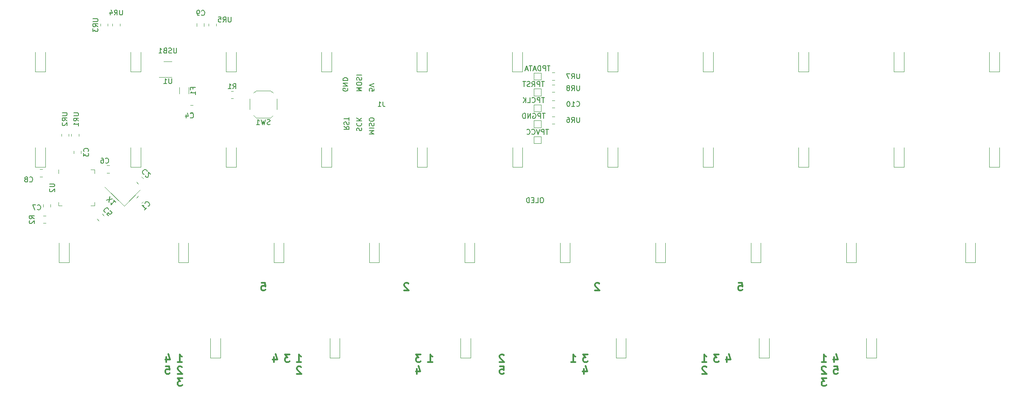
<source format=gbo>
%TF.GenerationSoftware,KiCad,Pcbnew,(6.0.5)*%
%TF.CreationDate,2022-09-22T21:34:51-04:00*%
%TF.ProjectId,vault35_alpha-rounded,7661756c-7433-4355-9f61-6c7068612d72,rev?*%
%TF.SameCoordinates,Original*%
%TF.FileFunction,Legend,Bot*%
%TF.FilePolarity,Positive*%
%FSLAX46Y46*%
G04 Gerber Fmt 4.6, Leading zero omitted, Abs format (unit mm)*
G04 Created by KiCad (PCBNEW (6.0.5)) date 2022-09-22 21:34:51*
%MOMM*%
%LPD*%
G01*
G04 APERTURE LIST*
%ADD10C,0.300000*%
%ADD11C,0.150000*%
%ADD12C,0.120000*%
G04 APERTURE END LIST*
D10*
X204430357Y-111097321D02*
X205144642Y-111097321D01*
X205216071Y-111811607D01*
X205144642Y-111740178D01*
X205001785Y-111668750D01*
X204644642Y-111668750D01*
X204501785Y-111740178D01*
X204430357Y-111811607D01*
X204358928Y-111954464D01*
X204358928Y-112311607D01*
X204430357Y-112454464D01*
X204501785Y-112525892D01*
X204644642Y-112597321D01*
X205001785Y-112597321D01*
X205144642Y-112525892D01*
X205216071Y-112454464D01*
X109180357Y-111097321D02*
X109894642Y-111097321D01*
X109966071Y-111811607D01*
X109894642Y-111740178D01*
X109751785Y-111668750D01*
X109394642Y-111668750D01*
X109251785Y-111740178D01*
X109180357Y-111811607D01*
X109108928Y-111954464D01*
X109108928Y-112311607D01*
X109180357Y-112454464D01*
X109251785Y-112525892D01*
X109394642Y-112597321D01*
X109751785Y-112597321D01*
X109894642Y-112525892D01*
X109966071Y-112454464D01*
X176641071Y-111240178D02*
X176569642Y-111168750D01*
X176426785Y-111097321D01*
X176069642Y-111097321D01*
X175926785Y-111168750D01*
X175855357Y-111240178D01*
X175783928Y-111383035D01*
X175783928Y-111525892D01*
X175855357Y-111740178D01*
X176712500Y-112597321D01*
X175783928Y-112597321D01*
X138541071Y-111240178D02*
X138469642Y-111168750D01*
X138326785Y-111097321D01*
X137969642Y-111097321D01*
X137826785Y-111168750D01*
X137755357Y-111240178D01*
X137683928Y-111383035D01*
X137683928Y-111525892D01*
X137755357Y-111740178D01*
X138612500Y-112597321D01*
X137683928Y-112597321D01*
X156805357Y-127766071D02*
X157519642Y-127766071D01*
X157591071Y-128480357D01*
X157519642Y-128408928D01*
X157376785Y-128337500D01*
X157019642Y-128337500D01*
X156876785Y-128408928D01*
X156805357Y-128480357D01*
X156733928Y-128623214D01*
X156733928Y-128980357D01*
X156805357Y-129123214D01*
X156876785Y-129194642D01*
X157019642Y-129266071D01*
X157376785Y-129266071D01*
X157519642Y-129194642D01*
X157591071Y-129123214D01*
X90076647Y-127741094D02*
X90790932Y-127741094D01*
X90862361Y-128455380D01*
X90790932Y-128383951D01*
X90648075Y-128312523D01*
X90290932Y-128312523D01*
X90148075Y-128383951D01*
X90076647Y-128455380D01*
X90005218Y-128598237D01*
X90005218Y-128955380D01*
X90076647Y-129098237D01*
X90148075Y-129169665D01*
X90290932Y-129241094D01*
X90648075Y-129241094D01*
X90790932Y-129169665D01*
X90862361Y-129098237D01*
X223480357Y-127766071D02*
X224194642Y-127766071D01*
X224266071Y-128480357D01*
X224194642Y-128408928D01*
X224051785Y-128337500D01*
X223694642Y-128337500D01*
X223551785Y-128408928D01*
X223480357Y-128480357D01*
X223408928Y-128623214D01*
X223408928Y-128980357D01*
X223480357Y-129123214D01*
X223551785Y-129194642D01*
X223694642Y-129266071D01*
X224051785Y-129266071D01*
X224194642Y-129194642D01*
X224266071Y-129123214D01*
X223551785Y-125884821D02*
X223551785Y-126884821D01*
X223908928Y-125313392D02*
X224266071Y-126384821D01*
X223337500Y-126384821D01*
X202120535Y-125884821D02*
X202120535Y-126884821D01*
X202477678Y-125313392D02*
X202834821Y-126384821D01*
X201906250Y-126384821D01*
X173545535Y-128266071D02*
X173545535Y-129266071D01*
X173902678Y-127694642D02*
X174259821Y-128766071D01*
X173331250Y-128766071D01*
X90201785Y-125884821D02*
X90201785Y-126884821D01*
X90558928Y-125313392D02*
X90916071Y-126384821D01*
X89987500Y-126384821D01*
X111633035Y-125884821D02*
X111633035Y-126884821D01*
X111990178Y-125313392D02*
X112347321Y-126384821D01*
X111418750Y-126384821D01*
X140208035Y-128266071D02*
X140208035Y-129266071D01*
X140565178Y-127694642D02*
X140922321Y-128766071D01*
X139993750Y-128766071D01*
X221956250Y-130147321D02*
X221027678Y-130147321D01*
X221527678Y-130718750D01*
X221313392Y-130718750D01*
X221170535Y-130790178D01*
X221099107Y-130861607D01*
X221027678Y-131004464D01*
X221027678Y-131361607D01*
X221099107Y-131504464D01*
X221170535Y-131575892D01*
X221313392Y-131647321D01*
X221741964Y-131647321D01*
X221884821Y-131575892D01*
X221956250Y-131504464D01*
X200525000Y-125384821D02*
X199596428Y-125384821D01*
X200096428Y-125956250D01*
X199882142Y-125956250D01*
X199739285Y-126027678D01*
X199667857Y-126099107D01*
X199596428Y-126241964D01*
X199596428Y-126599107D01*
X199667857Y-126741964D01*
X199739285Y-126813392D01*
X199882142Y-126884821D01*
X200310714Y-126884821D01*
X200453571Y-126813392D01*
X200525000Y-126741964D01*
X93368750Y-130147321D02*
X92440178Y-130147321D01*
X92940178Y-130718750D01*
X92725892Y-130718750D01*
X92583035Y-130790178D01*
X92511607Y-130861607D01*
X92440178Y-131004464D01*
X92440178Y-131361607D01*
X92511607Y-131504464D01*
X92583035Y-131575892D01*
X92725892Y-131647321D01*
X93154464Y-131647321D01*
X93297321Y-131575892D01*
X93368750Y-131504464D01*
X114800000Y-125384821D02*
X113871428Y-125384821D01*
X114371428Y-125956250D01*
X114157142Y-125956250D01*
X114014285Y-126027678D01*
X113942857Y-126099107D01*
X113871428Y-126241964D01*
X113871428Y-126599107D01*
X113942857Y-126741964D01*
X114014285Y-126813392D01*
X114157142Y-126884821D01*
X114585714Y-126884821D01*
X114728571Y-126813392D01*
X114800000Y-126741964D01*
X174331250Y-125384821D02*
X173402678Y-125384821D01*
X173902678Y-125956250D01*
X173688392Y-125956250D01*
X173545535Y-126027678D01*
X173474107Y-126099107D01*
X173402678Y-126241964D01*
X173402678Y-126599107D01*
X173474107Y-126741964D01*
X173545535Y-126813392D01*
X173688392Y-126884821D01*
X174116964Y-126884821D01*
X174259821Y-126813392D01*
X174331250Y-126741964D01*
X140993750Y-125384821D02*
X140065178Y-125384821D01*
X140565178Y-125956250D01*
X140350892Y-125956250D01*
X140208035Y-126027678D01*
X140136607Y-126099107D01*
X140065178Y-126241964D01*
X140065178Y-126599107D01*
X140136607Y-126741964D01*
X140208035Y-126813392D01*
X140350892Y-126884821D01*
X140779464Y-126884821D01*
X140922321Y-126813392D01*
X140993750Y-126741964D01*
X221884821Y-127908928D02*
X221813392Y-127837500D01*
X221670535Y-127766071D01*
X221313392Y-127766071D01*
X221170535Y-127837500D01*
X221099107Y-127908928D01*
X221027678Y-128051785D01*
X221027678Y-128194642D01*
X221099107Y-128408928D01*
X221956250Y-129266071D01*
X221027678Y-129266071D01*
X198072321Y-127908928D02*
X198000892Y-127837500D01*
X197858035Y-127766071D01*
X197500892Y-127766071D01*
X197358035Y-127837500D01*
X197286607Y-127908928D01*
X197215178Y-128051785D01*
X197215178Y-128194642D01*
X197286607Y-128408928D01*
X198143750Y-129266071D01*
X197215178Y-129266071D01*
X93297321Y-127908928D02*
X93225892Y-127837500D01*
X93083035Y-127766071D01*
X92725892Y-127766071D01*
X92583035Y-127837500D01*
X92511607Y-127908928D01*
X92440178Y-128051785D01*
X92440178Y-128194642D01*
X92511607Y-128408928D01*
X93368750Y-129266071D01*
X92440178Y-129266071D01*
X117109821Y-127908928D02*
X117038392Y-127837500D01*
X116895535Y-127766071D01*
X116538392Y-127766071D01*
X116395535Y-127837500D01*
X116324107Y-127908928D01*
X116252678Y-128051785D01*
X116252678Y-128194642D01*
X116324107Y-128408928D01*
X117181250Y-129266071D01*
X116252678Y-129266071D01*
X157591071Y-125527678D02*
X157519642Y-125456250D01*
X157376785Y-125384821D01*
X157019642Y-125384821D01*
X156876785Y-125456250D01*
X156805357Y-125527678D01*
X156733928Y-125670535D01*
X156733928Y-125813392D01*
X156805357Y-126027678D01*
X157662500Y-126884821D01*
X156733928Y-126884821D01*
X197215178Y-126884821D02*
X198072321Y-126884821D01*
X197643750Y-126884821D02*
X197643750Y-125384821D01*
X197786607Y-125599107D01*
X197929464Y-125741964D01*
X198072321Y-125813392D01*
X221027678Y-126884821D02*
X221884821Y-126884821D01*
X221456250Y-126884821D02*
X221456250Y-125384821D01*
X221599107Y-125599107D01*
X221741964Y-125741964D01*
X221884821Y-125813392D01*
X171021428Y-126884821D02*
X171878571Y-126884821D01*
X171450000Y-126884821D02*
X171450000Y-125384821D01*
X171592857Y-125599107D01*
X171735714Y-125741964D01*
X171878571Y-125813392D01*
X142446428Y-126884821D02*
X143303571Y-126884821D01*
X142875000Y-126884821D02*
X142875000Y-125384821D01*
X143017857Y-125599107D01*
X143160714Y-125741964D01*
X143303571Y-125813392D01*
X116252678Y-126884821D02*
X117109821Y-126884821D01*
X116681250Y-126884821D02*
X116681250Y-125384821D01*
X116824107Y-125599107D01*
X116966964Y-125741964D01*
X117109821Y-125813392D01*
X92440178Y-126884821D02*
X93297321Y-126884821D01*
X92868750Y-126884821D02*
X92868750Y-125384821D01*
X93011607Y-125599107D01*
X93154464Y-125741964D01*
X93297321Y-125813392D01*
D11*
%TO.C,OL1*%
X165241255Y-94081672D02*
X165050779Y-94081672D01*
X164955541Y-94129292D01*
X164860303Y-94224530D01*
X164812684Y-94415006D01*
X164812684Y-94748339D01*
X164860303Y-94938815D01*
X164955541Y-95034053D01*
X165050779Y-95081672D01*
X165241255Y-95081672D01*
X165336494Y-95034053D01*
X165431732Y-94938815D01*
X165479351Y-94748339D01*
X165479351Y-94415006D01*
X165431732Y-94224530D01*
X165336494Y-94129292D01*
X165241255Y-94081672D01*
X163907922Y-95081672D02*
X164384113Y-95081672D01*
X164384113Y-94081672D01*
X163574589Y-94557863D02*
X163241255Y-94557863D01*
X163098398Y-95081672D02*
X163574589Y-95081672D01*
X163574589Y-94081672D01*
X163098398Y-94081672D01*
X162669827Y-95081672D02*
X162669827Y-94081672D01*
X162431732Y-94081672D01*
X162288875Y-94129292D01*
X162193636Y-94224530D01*
X162146017Y-94319768D01*
X162098398Y-94510244D01*
X162098398Y-94653101D01*
X162146017Y-94843577D01*
X162193636Y-94938815D01*
X162288875Y-95034053D01*
X162431732Y-95081672D01*
X162669827Y-95081672D01*
%TO.C,X1*%
X78233672Y-94546416D02*
X79412183Y-94310714D01*
X78705076Y-95017820D02*
X78940778Y-93839309D01*
X80051946Y-94950477D02*
X79647885Y-94546416D01*
X79849916Y-94748446D02*
X79142809Y-95455553D01*
X79176481Y-95287194D01*
X79176481Y-95152507D01*
X79142809Y-95051492D01*
%TO.C,TP1*%
X165702976Y-74064880D02*
X165131547Y-74064880D01*
X165417261Y-75064880D02*
X165417261Y-74064880D01*
X164798214Y-75064880D02*
X164798214Y-74064880D01*
X164417261Y-74064880D01*
X164322023Y-74112500D01*
X164274404Y-74160119D01*
X164226785Y-74255357D01*
X164226785Y-74398214D01*
X164274404Y-74493452D01*
X164322023Y-74541071D01*
X164417261Y-74588690D01*
X164798214Y-74588690D01*
X163226785Y-74969642D02*
X163274404Y-75017261D01*
X163417261Y-75064880D01*
X163512500Y-75064880D01*
X163655357Y-75017261D01*
X163750595Y-74922023D01*
X163798214Y-74826785D01*
X163845833Y-74636309D01*
X163845833Y-74493452D01*
X163798214Y-74302976D01*
X163750595Y-74207738D01*
X163655357Y-74112500D01*
X163512500Y-74064880D01*
X163417261Y-74064880D01*
X163274404Y-74112500D01*
X163226785Y-74160119D01*
X162322023Y-75064880D02*
X162798214Y-75064880D01*
X162798214Y-74064880D01*
X161988690Y-75064880D02*
X161988690Y-74064880D01*
X161417261Y-75064880D02*
X161845833Y-74493452D01*
X161417261Y-74064880D02*
X161988690Y-74636309D01*
%TO.C,U1*%
X91249404Y-70271130D02*
X91249404Y-71080654D01*
X91201785Y-71175892D01*
X91154166Y-71223511D01*
X91058928Y-71271130D01*
X90868452Y-71271130D01*
X90773214Y-71223511D01*
X90725595Y-71175892D01*
X90677976Y-71080654D01*
X90677976Y-70271130D01*
X89677976Y-71271130D02*
X90249404Y-71271130D01*
X89963690Y-71271130D02*
X89963690Y-70271130D01*
X90058928Y-70413988D01*
X90154166Y-70509226D01*
X90249404Y-70556845D01*
%TO.C,UR5*%
X103115230Y-57988522D02*
X103115230Y-58798046D01*
X103067611Y-58893284D01*
X103019992Y-58940903D01*
X102924754Y-58988522D01*
X102734278Y-58988522D01*
X102639040Y-58940903D01*
X102591421Y-58893284D01*
X102543802Y-58798046D01*
X102543802Y-57988522D01*
X101496183Y-58988522D02*
X101829516Y-58512332D01*
X102067611Y-58988522D02*
X102067611Y-57988522D01*
X101686659Y-57988522D01*
X101591421Y-58036142D01*
X101543802Y-58083761D01*
X101496183Y-58178999D01*
X101496183Y-58321856D01*
X101543802Y-58417094D01*
X101591421Y-58464713D01*
X101686659Y-58512332D01*
X102067611Y-58512332D01*
X100591421Y-57988522D02*
X101067611Y-57988522D01*
X101115230Y-58464713D01*
X101067611Y-58417094D01*
X100972373Y-58369475D01*
X100734278Y-58369475D01*
X100639040Y-58417094D01*
X100591421Y-58464713D01*
X100543802Y-58559951D01*
X100543802Y-58798046D01*
X100591421Y-58893284D01*
X100639040Y-58940903D01*
X100734278Y-58988522D01*
X100972373Y-58988522D01*
X101067611Y-58940903D01*
X101115230Y-58893284D01*
%TO.C,F1*%
X95485255Y-72402665D02*
X95485255Y-72069332D01*
X96009064Y-72069332D02*
X95009064Y-72069332D01*
X95009064Y-72545522D01*
X96009064Y-73450284D02*
X96009064Y-72878856D01*
X96009064Y-73164570D02*
X95009064Y-73164570D01*
X95151922Y-73069332D01*
X95247160Y-72974094D01*
X95294779Y-72878856D01*
%TO.C,TP4*%
X166830059Y-67714880D02*
X166258630Y-67714880D01*
X166544345Y-68714880D02*
X166544345Y-67714880D01*
X165925297Y-68714880D02*
X165925297Y-67714880D01*
X165544345Y-67714880D01*
X165449107Y-67762500D01*
X165401488Y-67810119D01*
X165353869Y-67905357D01*
X165353869Y-68048214D01*
X165401488Y-68143452D01*
X165449107Y-68191071D01*
X165544345Y-68238690D01*
X165925297Y-68238690D01*
X164925297Y-68714880D02*
X164925297Y-67714880D01*
X164687202Y-67714880D01*
X164544345Y-67762500D01*
X164449107Y-67857738D01*
X164401488Y-67952976D01*
X164353869Y-68143452D01*
X164353869Y-68286309D01*
X164401488Y-68476785D01*
X164449107Y-68572023D01*
X164544345Y-68667261D01*
X164687202Y-68714880D01*
X164925297Y-68714880D01*
X163972916Y-68429166D02*
X163496726Y-68429166D01*
X164068154Y-68714880D02*
X163734821Y-67714880D01*
X163401488Y-68714880D01*
X163211011Y-67714880D02*
X162639583Y-67714880D01*
X162925297Y-68714880D02*
X162925297Y-67714880D01*
X162353869Y-68429166D02*
X161877678Y-68429166D01*
X162449107Y-68714880D02*
X162115773Y-67714880D01*
X161782440Y-68714880D01*
%TO.C,UR3*%
X75536162Y-58338141D02*
X76345686Y-58338141D01*
X76440924Y-58385760D01*
X76488543Y-58433379D01*
X76536162Y-58528617D01*
X76536162Y-58719093D01*
X76488543Y-58814331D01*
X76440924Y-58861950D01*
X76345686Y-58909569D01*
X75536162Y-58909569D01*
X76536162Y-59957188D02*
X76059972Y-59623855D01*
X76536162Y-59385760D02*
X75536162Y-59385760D01*
X75536162Y-59766712D01*
X75583782Y-59861950D01*
X75631401Y-59909569D01*
X75726639Y-59957188D01*
X75869496Y-59957188D01*
X75964734Y-59909569D01*
X76012353Y-59861950D01*
X76059972Y-59766712D01*
X76059972Y-59385760D01*
X75536162Y-60290522D02*
X75536162Y-60909569D01*
X75917115Y-60576236D01*
X75917115Y-60719093D01*
X75964734Y-60814331D01*
X76012353Y-60861950D01*
X76107591Y-60909569D01*
X76345686Y-60909569D01*
X76440924Y-60861950D01*
X76488543Y-60814331D01*
X76536162Y-60719093D01*
X76536162Y-60433379D01*
X76488543Y-60338141D01*
X76440924Y-60290522D01*
%TO.C,U2*%
X66863630Y-91313095D02*
X67673154Y-91313095D01*
X67768392Y-91360714D01*
X67816011Y-91408333D01*
X67863630Y-91503571D01*
X67863630Y-91694047D01*
X67816011Y-91789285D01*
X67768392Y-91836904D01*
X67673154Y-91884523D01*
X66863630Y-91884523D01*
X66958869Y-92313095D02*
X66911250Y-92360714D01*
X66863630Y-92455952D01*
X66863630Y-92694047D01*
X66911250Y-92789285D01*
X66958869Y-92836904D01*
X67054107Y-92884523D01*
X67149345Y-92884523D01*
X67292202Y-92836904D01*
X67863630Y-92265476D01*
X67863630Y-92884523D01*
%TO.C,C2*%
X86325233Y-88788627D02*
X86325233Y-88721284D01*
X86257889Y-88586597D01*
X86190546Y-88519253D01*
X86055858Y-88451910D01*
X85921171Y-88451910D01*
X85820156Y-88485581D01*
X85651797Y-88586597D01*
X85550782Y-88687612D01*
X85449767Y-88855971D01*
X85416095Y-88956986D01*
X85416095Y-89091673D01*
X85483439Y-89226360D01*
X85550782Y-89293704D01*
X85685469Y-89361047D01*
X85752813Y-89361047D01*
X86022187Y-89630421D02*
X86022187Y-89697765D01*
X86055858Y-89798780D01*
X86224217Y-89967139D01*
X86325233Y-90000810D01*
X86392576Y-90000810D01*
X86493591Y-89967139D01*
X86560935Y-89899795D01*
X86628278Y-89765108D01*
X86628278Y-88956986D01*
X87066011Y-89394719D01*
%TO.C,C4*%
X94985275Y-78071867D02*
X95032894Y-78119486D01*
X95175751Y-78167105D01*
X95270989Y-78167105D01*
X95413847Y-78119486D01*
X95509085Y-78024248D01*
X95556704Y-77929010D01*
X95604323Y-77738534D01*
X95604323Y-77595677D01*
X95556704Y-77405201D01*
X95509085Y-77309963D01*
X95413847Y-77214725D01*
X95270989Y-77167105D01*
X95175751Y-77167105D01*
X95032894Y-77214725D01*
X94985275Y-77262344D01*
X94128132Y-77500439D02*
X94128132Y-78167105D01*
X94366228Y-77119486D02*
X94604323Y-77833772D01*
X93985275Y-77833772D01*
%TO.C,C10*%
X172092857Y-75763392D02*
X172140476Y-75811011D01*
X172283333Y-75858630D01*
X172378571Y-75858630D01*
X172521428Y-75811011D01*
X172616666Y-75715773D01*
X172664285Y-75620535D01*
X172711904Y-75430059D01*
X172711904Y-75287202D01*
X172664285Y-75096726D01*
X172616666Y-75001488D01*
X172521428Y-74906250D01*
X172378571Y-74858630D01*
X172283333Y-74858630D01*
X172140476Y-74906250D01*
X172092857Y-74953869D01*
X171140476Y-75858630D02*
X171711904Y-75858630D01*
X171426190Y-75858630D02*
X171426190Y-74858630D01*
X171521428Y-75001488D01*
X171616666Y-75096726D01*
X171711904Y-75144345D01*
X170521428Y-74858630D02*
X170426190Y-74858630D01*
X170330952Y-74906250D01*
X170283333Y-74953869D01*
X170235714Y-75049107D01*
X170188095Y-75239583D01*
X170188095Y-75477678D01*
X170235714Y-75668154D01*
X170283333Y-75763392D01*
X170330952Y-75811011D01*
X170426190Y-75858630D01*
X170521428Y-75858630D01*
X170616666Y-75811011D01*
X170664285Y-75763392D01*
X170711904Y-75668154D01*
X170759523Y-75477678D01*
X170759523Y-75239583D01*
X170711904Y-75049107D01*
X170664285Y-74953869D01*
X170616666Y-74906250D01*
X170521428Y-74858630D01*
%TO.C,TP2*%
X166520535Y-80414880D02*
X165949107Y-80414880D01*
X166234821Y-81414880D02*
X166234821Y-80414880D01*
X165615773Y-81414880D02*
X165615773Y-80414880D01*
X165234821Y-80414880D01*
X165139583Y-80462500D01*
X165091964Y-80510119D01*
X165044345Y-80605357D01*
X165044345Y-80748214D01*
X165091964Y-80843452D01*
X165139583Y-80891071D01*
X165234821Y-80938690D01*
X165615773Y-80938690D01*
X164758630Y-80414880D02*
X164425297Y-81414880D01*
X164091964Y-80414880D01*
X163187202Y-81319642D02*
X163234821Y-81367261D01*
X163377678Y-81414880D01*
X163472916Y-81414880D01*
X163615773Y-81367261D01*
X163711011Y-81272023D01*
X163758630Y-81176785D01*
X163806250Y-80986309D01*
X163806250Y-80843452D01*
X163758630Y-80652976D01*
X163711011Y-80557738D01*
X163615773Y-80462500D01*
X163472916Y-80414880D01*
X163377678Y-80414880D01*
X163234821Y-80462500D01*
X163187202Y-80510119D01*
X162187202Y-81319642D02*
X162234821Y-81367261D01*
X162377678Y-81414880D01*
X162472916Y-81414880D01*
X162615773Y-81367261D01*
X162711011Y-81272023D01*
X162758630Y-81176785D01*
X162806250Y-80986309D01*
X162806250Y-80843452D01*
X162758630Y-80652976D01*
X162711011Y-80557738D01*
X162615773Y-80462500D01*
X162472916Y-80414880D01*
X162377678Y-80414880D01*
X162234821Y-80462500D01*
X162187202Y-80510119D01*
%TO.C,TP3*%
X165822023Y-77239880D02*
X165250595Y-77239880D01*
X165536309Y-78239880D02*
X165536309Y-77239880D01*
X164917261Y-78239880D02*
X164917261Y-77239880D01*
X164536309Y-77239880D01*
X164441071Y-77287500D01*
X164393452Y-77335119D01*
X164345833Y-77430357D01*
X164345833Y-77573214D01*
X164393452Y-77668452D01*
X164441071Y-77716071D01*
X164536309Y-77763690D01*
X164917261Y-77763690D01*
X163393452Y-77287500D02*
X163488690Y-77239880D01*
X163631547Y-77239880D01*
X163774404Y-77287500D01*
X163869642Y-77382738D01*
X163917261Y-77477976D01*
X163964880Y-77668452D01*
X163964880Y-77811309D01*
X163917261Y-78001785D01*
X163869642Y-78097023D01*
X163774404Y-78192261D01*
X163631547Y-78239880D01*
X163536309Y-78239880D01*
X163393452Y-78192261D01*
X163345833Y-78144642D01*
X163345833Y-77811309D01*
X163536309Y-77811309D01*
X162917261Y-78239880D02*
X162917261Y-77239880D01*
X162345833Y-78239880D01*
X162345833Y-77239880D01*
X161869642Y-78239880D02*
X161869642Y-77239880D01*
X161631547Y-77239880D01*
X161488690Y-77287500D01*
X161393452Y-77382738D01*
X161345833Y-77477976D01*
X161298214Y-77668452D01*
X161298214Y-77811309D01*
X161345833Y-78001785D01*
X161393452Y-78097023D01*
X161488690Y-78192261D01*
X161631547Y-78239880D01*
X161869642Y-78239880D01*
%TO.C,UR1*%
X71670585Y-77135157D02*
X72480109Y-77135157D01*
X72575347Y-77182776D01*
X72622966Y-77230395D01*
X72670585Y-77325633D01*
X72670585Y-77516109D01*
X72622966Y-77611347D01*
X72575347Y-77658966D01*
X72480109Y-77706585D01*
X71670585Y-77706585D01*
X72670585Y-78754204D02*
X72194395Y-78420871D01*
X72670585Y-78182776D02*
X71670585Y-78182776D01*
X71670585Y-78563728D01*
X71718205Y-78658966D01*
X71765824Y-78706585D01*
X71861062Y-78754204D01*
X72003919Y-78754204D01*
X72099157Y-78706585D01*
X72146776Y-78658966D01*
X72194395Y-78563728D01*
X72194395Y-78182776D01*
X72670585Y-79706585D02*
X72670585Y-79135157D01*
X72670585Y-79420871D02*
X71670585Y-79420871D01*
X71813443Y-79325633D01*
X71908681Y-79230395D01*
X71956300Y-79135157D01*
%TO.C,R2*%
X63825288Y-98286229D02*
X63349098Y-97952896D01*
X63825288Y-97714800D02*
X62825288Y-97714800D01*
X62825288Y-98095753D01*
X62872908Y-98190991D01*
X62920527Y-98238610D01*
X63015765Y-98286229D01*
X63158622Y-98286229D01*
X63253860Y-98238610D01*
X63301479Y-98190991D01*
X63349098Y-98095753D01*
X63349098Y-97714800D01*
X62920527Y-98667181D02*
X62872908Y-98714800D01*
X62825288Y-98810038D01*
X62825288Y-99048134D01*
X62872908Y-99143372D01*
X62920527Y-99190991D01*
X63015765Y-99238610D01*
X63111003Y-99238610D01*
X63253860Y-99190991D01*
X63825288Y-98619562D01*
X63825288Y-99238610D01*
%TO.C,TP5*%
X165655357Y-70889880D02*
X165083928Y-70889880D01*
X165369642Y-71889880D02*
X165369642Y-70889880D01*
X164750595Y-71889880D02*
X164750595Y-70889880D01*
X164369642Y-70889880D01*
X164274404Y-70937500D01*
X164226785Y-70985119D01*
X164179166Y-71080357D01*
X164179166Y-71223214D01*
X164226785Y-71318452D01*
X164274404Y-71366071D01*
X164369642Y-71413690D01*
X164750595Y-71413690D01*
X163179166Y-71889880D02*
X163512500Y-71413690D01*
X163750595Y-71889880D02*
X163750595Y-70889880D01*
X163369642Y-70889880D01*
X163274404Y-70937500D01*
X163226785Y-70985119D01*
X163179166Y-71080357D01*
X163179166Y-71223214D01*
X163226785Y-71318452D01*
X163274404Y-71366071D01*
X163369642Y-71413690D01*
X163750595Y-71413690D01*
X162798214Y-71842261D02*
X162655357Y-71889880D01*
X162417261Y-71889880D01*
X162322023Y-71842261D01*
X162274404Y-71794642D01*
X162226785Y-71699404D01*
X162226785Y-71604166D01*
X162274404Y-71508928D01*
X162322023Y-71461309D01*
X162417261Y-71413690D01*
X162607738Y-71366071D01*
X162702976Y-71318452D01*
X162750595Y-71270833D01*
X162798214Y-71175595D01*
X162798214Y-71080357D01*
X162750595Y-70985119D01*
X162702976Y-70937500D01*
X162607738Y-70889880D01*
X162369642Y-70889880D01*
X162226785Y-70937500D01*
X161941071Y-70889880D02*
X161369642Y-70889880D01*
X161655357Y-71889880D02*
X161655357Y-70889880D01*
%TO.C,UR8*%
X172711904Y-71683630D02*
X172711904Y-72493154D01*
X172664285Y-72588392D01*
X172616666Y-72636011D01*
X172521428Y-72683630D01*
X172330952Y-72683630D01*
X172235714Y-72636011D01*
X172188095Y-72588392D01*
X172140476Y-72493154D01*
X172140476Y-71683630D01*
X171092857Y-72683630D02*
X171426190Y-72207440D01*
X171664285Y-72683630D02*
X171664285Y-71683630D01*
X171283333Y-71683630D01*
X171188095Y-71731250D01*
X171140476Y-71778869D01*
X171092857Y-71874107D01*
X171092857Y-72016964D01*
X171140476Y-72112202D01*
X171188095Y-72159821D01*
X171283333Y-72207440D01*
X171664285Y-72207440D01*
X170521428Y-72112202D02*
X170616666Y-72064583D01*
X170664285Y-72016964D01*
X170711904Y-71921726D01*
X170711904Y-71874107D01*
X170664285Y-71778869D01*
X170616666Y-71731250D01*
X170521428Y-71683630D01*
X170330952Y-71683630D01*
X170235714Y-71731250D01*
X170188095Y-71778869D01*
X170140476Y-71874107D01*
X170140476Y-71921726D01*
X170188095Y-72016964D01*
X170235714Y-72064583D01*
X170330952Y-72112202D01*
X170521428Y-72112202D01*
X170616666Y-72159821D01*
X170664285Y-72207440D01*
X170711904Y-72302678D01*
X170711904Y-72493154D01*
X170664285Y-72588392D01*
X170616666Y-72636011D01*
X170521428Y-72683630D01*
X170330952Y-72683630D01*
X170235714Y-72636011D01*
X170188095Y-72588392D01*
X170140476Y-72493154D01*
X170140476Y-72302678D01*
X170188095Y-72207440D01*
X170235714Y-72159821D01*
X170330952Y-72112202D01*
%TO.C,SW1*%
X110870834Y-79411010D02*
X110727977Y-79458629D01*
X110489881Y-79458629D01*
X110394643Y-79411010D01*
X110347024Y-79363391D01*
X110299405Y-79268153D01*
X110299405Y-79172915D01*
X110347024Y-79077677D01*
X110394643Y-79030058D01*
X110489881Y-78982439D01*
X110680358Y-78934820D01*
X110775596Y-78887201D01*
X110823215Y-78839582D01*
X110870834Y-78744344D01*
X110870834Y-78649106D01*
X110823215Y-78553868D01*
X110775596Y-78506249D01*
X110680358Y-78458629D01*
X110442262Y-78458629D01*
X110299405Y-78506249D01*
X109966072Y-78458629D02*
X109727977Y-79458629D01*
X109537501Y-78744344D01*
X109347024Y-79458629D01*
X109108929Y-78458629D01*
X108204167Y-79458629D02*
X108775596Y-79458629D01*
X108489881Y-79458629D02*
X108489881Y-78458629D01*
X108585120Y-78601487D01*
X108680358Y-78696725D01*
X108775596Y-78744344D01*
%TO.C,C6*%
X78041203Y-87073281D02*
X78088822Y-87120900D01*
X78231679Y-87168519D01*
X78326917Y-87168519D01*
X78469775Y-87120900D01*
X78565013Y-87025662D01*
X78612632Y-86930424D01*
X78660251Y-86739948D01*
X78660251Y-86597091D01*
X78612632Y-86406615D01*
X78565013Y-86311377D01*
X78469775Y-86216139D01*
X78326917Y-86168519D01*
X78231679Y-86168519D01*
X78088822Y-86216139D01*
X78041203Y-86263758D01*
X77184060Y-86168519D02*
X77374537Y-86168519D01*
X77469775Y-86216139D01*
X77517394Y-86263758D01*
X77612632Y-86406615D01*
X77660251Y-86597091D01*
X77660251Y-86978043D01*
X77612632Y-87073281D01*
X77565013Y-87120900D01*
X77469775Y-87168519D01*
X77279298Y-87168519D01*
X77184060Y-87120900D01*
X77136441Y-87073281D01*
X77088822Y-86978043D01*
X77088822Y-86739948D01*
X77136441Y-86644710D01*
X77184060Y-86597091D01*
X77279298Y-86549472D01*
X77469775Y-86549472D01*
X77565013Y-86597091D01*
X77612632Y-86644710D01*
X77660251Y-86739948D01*
%TO.C,C1*%
X86489578Y-95778876D02*
X86556921Y-95778876D01*
X86691608Y-95711532D01*
X86758952Y-95644189D01*
X86826295Y-95509501D01*
X86826295Y-95374814D01*
X86792624Y-95273799D01*
X86691608Y-95105440D01*
X86590593Y-95004425D01*
X86422234Y-94903410D01*
X86321219Y-94869738D01*
X86186532Y-94869738D01*
X86051845Y-94937082D01*
X85984501Y-95004425D01*
X85917158Y-95139112D01*
X85917158Y-95206456D01*
X85883486Y-96519654D02*
X86287547Y-96115593D01*
X86085517Y-96317624D02*
X85378410Y-95610517D01*
X85546769Y-95644189D01*
X85681456Y-95644189D01*
X85782471Y-95610517D01*
%TO.C,C8*%
X62872916Y-90844642D02*
X62920535Y-90892261D01*
X63063392Y-90939880D01*
X63158630Y-90939880D01*
X63301488Y-90892261D01*
X63396726Y-90797023D01*
X63444345Y-90701785D01*
X63491964Y-90511309D01*
X63491964Y-90368452D01*
X63444345Y-90177976D01*
X63396726Y-90082738D01*
X63301488Y-89987500D01*
X63158630Y-89939880D01*
X63063392Y-89939880D01*
X62920535Y-89987500D01*
X62872916Y-90035119D01*
X62301488Y-90368452D02*
X62396726Y-90320833D01*
X62444345Y-90273214D01*
X62491964Y-90177976D01*
X62491964Y-90130357D01*
X62444345Y-90035119D01*
X62396726Y-89987500D01*
X62301488Y-89939880D01*
X62111011Y-89939880D01*
X62015773Y-89987500D01*
X61968154Y-90035119D01*
X61920535Y-90130357D01*
X61920535Y-90177976D01*
X61968154Y-90273214D01*
X62015773Y-90320833D01*
X62111011Y-90368452D01*
X62301488Y-90368452D01*
X62396726Y-90416071D01*
X62444345Y-90463690D01*
X62491964Y-90558928D01*
X62491964Y-90749404D01*
X62444345Y-90844642D01*
X62396726Y-90892261D01*
X62301488Y-90939880D01*
X62111011Y-90939880D01*
X62015773Y-90892261D01*
X61968154Y-90844642D01*
X61920535Y-90749404D01*
X61920535Y-90558928D01*
X61968154Y-90463690D01*
X62015773Y-90416071D01*
X62111011Y-90368452D01*
%TO.C,UR2*%
X69385081Y-77107788D02*
X70194605Y-77107788D01*
X70289843Y-77155407D01*
X70337462Y-77203026D01*
X70385081Y-77298264D01*
X70385081Y-77488740D01*
X70337462Y-77583978D01*
X70289843Y-77631597D01*
X70194605Y-77679216D01*
X69385081Y-77679216D01*
X70385081Y-78726835D02*
X69908891Y-78393502D01*
X70385081Y-78155407D02*
X69385081Y-78155407D01*
X69385081Y-78536359D01*
X69432701Y-78631597D01*
X69480320Y-78679216D01*
X69575558Y-78726835D01*
X69718415Y-78726835D01*
X69813653Y-78679216D01*
X69861272Y-78631597D01*
X69908891Y-78536359D01*
X69908891Y-78155407D01*
X69480320Y-79107788D02*
X69432701Y-79155407D01*
X69385081Y-79250645D01*
X69385081Y-79488740D01*
X69432701Y-79583978D01*
X69480320Y-79631597D01*
X69575558Y-79679216D01*
X69670796Y-79679216D01*
X69813653Y-79631597D01*
X70385081Y-79060169D01*
X70385081Y-79679216D01*
%TO.C,UR7*%
X172711904Y-69302380D02*
X172711904Y-70111904D01*
X172664285Y-70207142D01*
X172616666Y-70254761D01*
X172521428Y-70302380D01*
X172330952Y-70302380D01*
X172235714Y-70254761D01*
X172188095Y-70207142D01*
X172140476Y-70111904D01*
X172140476Y-69302380D01*
X171092857Y-70302380D02*
X171426190Y-69826190D01*
X171664285Y-70302380D02*
X171664285Y-69302380D01*
X171283333Y-69302380D01*
X171188095Y-69350000D01*
X171140476Y-69397619D01*
X171092857Y-69492857D01*
X171092857Y-69635714D01*
X171140476Y-69730952D01*
X171188095Y-69778571D01*
X171283333Y-69826190D01*
X171664285Y-69826190D01*
X170759523Y-69302380D02*
X170092857Y-69302380D01*
X170521428Y-70302380D01*
%TO.C,C3*%
X74560195Y-84824887D02*
X74607814Y-84777268D01*
X74655433Y-84634411D01*
X74655433Y-84539173D01*
X74607814Y-84396315D01*
X74512576Y-84301077D01*
X74417338Y-84253458D01*
X74226862Y-84205839D01*
X74084005Y-84205839D01*
X73893529Y-84253458D01*
X73798291Y-84301077D01*
X73703053Y-84396315D01*
X73655433Y-84539173D01*
X73655433Y-84634411D01*
X73703053Y-84777268D01*
X73750672Y-84824887D01*
X73655433Y-85158220D02*
X73655433Y-85777268D01*
X74036386Y-85443934D01*
X74036386Y-85586792D01*
X74084005Y-85682030D01*
X74131624Y-85729649D01*
X74226862Y-85777268D01*
X74464957Y-85777268D01*
X74560195Y-85729649D01*
X74607814Y-85682030D01*
X74655433Y-85586792D01*
X74655433Y-85301077D01*
X74607814Y-85205839D01*
X74560195Y-85158220D01*
%TO.C,C5*%
X78657369Y-96454476D02*
X78657369Y-96387133D01*
X78590025Y-96252446D01*
X78522682Y-96185102D01*
X78387994Y-96117759D01*
X78253307Y-96117759D01*
X78152292Y-96151430D01*
X77983933Y-96252446D01*
X77882918Y-96353461D01*
X77781903Y-96521820D01*
X77748231Y-96622835D01*
X77748231Y-96757522D01*
X77815575Y-96892209D01*
X77882918Y-96959553D01*
X78017605Y-97026896D01*
X78084949Y-97026896D01*
X78657369Y-97734003D02*
X78320651Y-97397285D01*
X78623697Y-97026896D01*
X78623697Y-97094240D01*
X78657369Y-97195255D01*
X78825727Y-97363614D01*
X78926743Y-97397285D01*
X78994086Y-97397285D01*
X79095101Y-97363614D01*
X79263460Y-97195255D01*
X79297132Y-97094240D01*
X79297132Y-97026896D01*
X79263460Y-96925881D01*
X79095101Y-96757522D01*
X78994086Y-96723850D01*
X78926743Y-96723850D01*
%TO.C,C7*%
X64460416Y-96400892D02*
X64508035Y-96448511D01*
X64650892Y-96496130D01*
X64746130Y-96496130D01*
X64888988Y-96448511D01*
X64984226Y-96353273D01*
X65031845Y-96258035D01*
X65079464Y-96067559D01*
X65079464Y-95924702D01*
X65031845Y-95734226D01*
X64984226Y-95638988D01*
X64888988Y-95543750D01*
X64746130Y-95496130D01*
X64650892Y-95496130D01*
X64508035Y-95543750D01*
X64460416Y-95591369D01*
X64127083Y-95496130D02*
X63460416Y-95496130D01*
X63888988Y-96496130D01*
%TO.C,UR6*%
X172711904Y-78033630D02*
X172711904Y-78843154D01*
X172664285Y-78938392D01*
X172616666Y-78986011D01*
X172521428Y-79033630D01*
X172330952Y-79033630D01*
X172235714Y-78986011D01*
X172188095Y-78938392D01*
X172140476Y-78843154D01*
X172140476Y-78033630D01*
X171092857Y-79033630D02*
X171426190Y-78557440D01*
X171664285Y-79033630D02*
X171664285Y-78033630D01*
X171283333Y-78033630D01*
X171188095Y-78081250D01*
X171140476Y-78128869D01*
X171092857Y-78224107D01*
X171092857Y-78366964D01*
X171140476Y-78462202D01*
X171188095Y-78509821D01*
X171283333Y-78557440D01*
X171664285Y-78557440D01*
X170235714Y-78033630D02*
X170426190Y-78033630D01*
X170521428Y-78081250D01*
X170569047Y-78128869D01*
X170664285Y-78271726D01*
X170711904Y-78462202D01*
X170711904Y-78843154D01*
X170664285Y-78938392D01*
X170616666Y-78986011D01*
X170521428Y-79033630D01*
X170330952Y-79033630D01*
X170235714Y-78986011D01*
X170188095Y-78938392D01*
X170140476Y-78843154D01*
X170140476Y-78605059D01*
X170188095Y-78509821D01*
X170235714Y-78462202D01*
X170330952Y-78414583D01*
X170521428Y-78414583D01*
X170616666Y-78462202D01*
X170664285Y-78509821D01*
X170711904Y-78605059D01*
%TO.C,C9*%
X97230118Y-57575306D02*
X97277737Y-57622925D01*
X97420594Y-57670544D01*
X97515832Y-57670544D01*
X97658690Y-57622925D01*
X97753928Y-57527687D01*
X97801547Y-57432449D01*
X97849166Y-57241973D01*
X97849166Y-57099116D01*
X97801547Y-56908640D01*
X97753928Y-56813402D01*
X97658690Y-56718164D01*
X97515832Y-56670544D01*
X97420594Y-56670544D01*
X97277737Y-56718164D01*
X97230118Y-56765783D01*
X96753928Y-57670544D02*
X96563452Y-57670544D01*
X96468213Y-57622925D01*
X96420594Y-57575306D01*
X96325356Y-57432449D01*
X96277737Y-57241973D01*
X96277737Y-56861021D01*
X96325356Y-56765783D01*
X96372975Y-56718164D01*
X96468213Y-56670544D01*
X96658690Y-56670544D01*
X96753928Y-56718164D01*
X96801547Y-56765783D01*
X96849166Y-56861021D01*
X96849166Y-57099116D01*
X96801547Y-57194354D01*
X96753928Y-57241973D01*
X96658690Y-57289592D01*
X96468213Y-57289592D01*
X96372975Y-57241973D01*
X96325356Y-57194354D01*
X96277737Y-57099116D01*
%TO.C,USB1*%
X92225595Y-64201318D02*
X92225595Y-65010842D01*
X92177976Y-65106080D01*
X92130357Y-65153699D01*
X92035119Y-65201318D01*
X91844642Y-65201318D01*
X91749404Y-65153699D01*
X91701785Y-65106080D01*
X91654166Y-65010842D01*
X91654166Y-64201318D01*
X91225595Y-65153699D02*
X91082738Y-65201318D01*
X90844642Y-65201318D01*
X90749404Y-65153699D01*
X90701785Y-65106080D01*
X90654166Y-65010842D01*
X90654166Y-64915604D01*
X90701785Y-64820366D01*
X90749404Y-64772747D01*
X90844642Y-64725128D01*
X91035119Y-64677509D01*
X91130357Y-64629890D01*
X91177976Y-64582271D01*
X91225595Y-64487033D01*
X91225595Y-64391795D01*
X91177976Y-64296557D01*
X91130357Y-64248938D01*
X91035119Y-64201318D01*
X90797023Y-64201318D01*
X90654166Y-64248938D01*
X89892261Y-64677509D02*
X89749404Y-64725128D01*
X89701785Y-64772747D01*
X89654166Y-64867985D01*
X89654166Y-65010842D01*
X89701785Y-65106080D01*
X89749404Y-65153699D01*
X89844642Y-65201318D01*
X90225595Y-65201318D01*
X90225595Y-64201318D01*
X89892261Y-64201318D01*
X89797023Y-64248938D01*
X89749404Y-64296557D01*
X89701785Y-64391795D01*
X89701785Y-64487033D01*
X89749404Y-64582271D01*
X89797023Y-64629890D01*
X89892261Y-64677509D01*
X90225595Y-64677509D01*
X88701785Y-65201318D02*
X89273214Y-65201318D01*
X88987500Y-65201318D02*
X88987500Y-64201318D01*
X89082738Y-64344176D01*
X89177976Y-64439414D01*
X89273214Y-64487033D01*
%TO.C,R1*%
X103496884Y-72308629D02*
X103830218Y-71832439D01*
X104068313Y-72308629D02*
X104068313Y-71308629D01*
X103687360Y-71308629D01*
X103592122Y-71356249D01*
X103544503Y-71403868D01*
X103496884Y-71499106D01*
X103496884Y-71641963D01*
X103544503Y-71737201D01*
X103592122Y-71784820D01*
X103687360Y-71832439D01*
X104068313Y-71832439D01*
X102544503Y-72308629D02*
X103115932Y-72308629D01*
X102830218Y-72308629D02*
X102830218Y-71308629D01*
X102925456Y-71451487D01*
X103020694Y-71546725D01*
X103115932Y-71594344D01*
%TO.C,J1*%
X133465833Y-74887236D02*
X133465833Y-75601522D01*
X133513452Y-75744379D01*
X133608690Y-75839617D01*
X133751547Y-75887236D01*
X133846785Y-75887236D01*
X132465833Y-75887236D02*
X133037261Y-75887236D01*
X132751547Y-75887236D02*
X132751547Y-74887236D01*
X132846785Y-75030094D01*
X132942023Y-75125332D01*
X133037261Y-75172951D01*
X128227738Y-80720570D02*
X128180119Y-80577713D01*
X128180119Y-80339617D01*
X128227738Y-80244379D01*
X128275357Y-80196760D01*
X128370595Y-80149141D01*
X128465833Y-80149141D01*
X128561071Y-80196760D01*
X128608690Y-80244379D01*
X128656309Y-80339617D01*
X128703928Y-80530094D01*
X128751547Y-80625332D01*
X128799166Y-80672951D01*
X128894404Y-80720570D01*
X128989642Y-80720570D01*
X129084880Y-80672951D01*
X129132500Y-80625332D01*
X129180119Y-80530094D01*
X129180119Y-80291998D01*
X129132500Y-80149141D01*
X128275357Y-79149141D02*
X128227738Y-79196760D01*
X128180119Y-79339617D01*
X128180119Y-79434856D01*
X128227738Y-79577713D01*
X128322976Y-79672951D01*
X128418214Y-79720570D01*
X128608690Y-79768189D01*
X128751547Y-79768189D01*
X128942023Y-79720570D01*
X129037261Y-79672951D01*
X129132500Y-79577713D01*
X129180119Y-79434856D01*
X129180119Y-79339617D01*
X129132500Y-79196760D01*
X129084880Y-79149141D01*
X128180119Y-78720570D02*
X129180119Y-78720570D01*
X128180119Y-78149141D02*
X128751547Y-78577713D01*
X129180119Y-78149141D02*
X128608690Y-78720570D01*
X126382500Y-72232475D02*
X126430119Y-72327713D01*
X126430119Y-72470571D01*
X126382500Y-72613428D01*
X126287261Y-72708666D01*
X126192023Y-72756285D01*
X126001547Y-72803904D01*
X125858690Y-72803904D01*
X125668214Y-72756285D01*
X125572976Y-72708666D01*
X125477738Y-72613428D01*
X125430119Y-72470571D01*
X125430119Y-72375332D01*
X125477738Y-72232475D01*
X125525357Y-72184856D01*
X125858690Y-72184856D01*
X125858690Y-72375332D01*
X125430119Y-71756285D02*
X126430119Y-71756285D01*
X125430119Y-71184856D01*
X126430119Y-71184856D01*
X125430119Y-70708666D02*
X126430119Y-70708666D01*
X126430119Y-70470571D01*
X126382500Y-70327713D01*
X126287261Y-70232475D01*
X126192023Y-70184856D01*
X126001547Y-70137237D01*
X125858690Y-70137237D01*
X125668214Y-70184856D01*
X125572976Y-70232475D01*
X125477738Y-70327713D01*
X125430119Y-70470571D01*
X125430119Y-70708666D01*
X130680119Y-81339617D02*
X131680119Y-81339617D01*
X130965833Y-81006284D01*
X131680119Y-80672950D01*
X130680119Y-80672950D01*
X130680119Y-80196760D02*
X131680119Y-80196760D01*
X130727738Y-79768189D02*
X130680119Y-79625331D01*
X130680119Y-79387236D01*
X130727738Y-79291998D01*
X130775357Y-79244379D01*
X130870595Y-79196760D01*
X130965833Y-79196760D01*
X131061071Y-79244379D01*
X131108690Y-79291998D01*
X131156309Y-79387236D01*
X131203928Y-79577712D01*
X131251547Y-79672950D01*
X131299166Y-79720569D01*
X131394404Y-79768189D01*
X131489642Y-79768189D01*
X131584880Y-79720569D01*
X131632500Y-79672950D01*
X131680119Y-79577712D01*
X131680119Y-79339617D01*
X131632500Y-79196760D01*
X131680119Y-78577712D02*
X131680119Y-78387236D01*
X131632500Y-78291998D01*
X131537261Y-78196760D01*
X131346785Y-78149141D01*
X131013452Y-78149141D01*
X130822976Y-78196760D01*
X130727738Y-78291998D01*
X130680119Y-78387236D01*
X130680119Y-78577712D01*
X130727738Y-78672950D01*
X130822976Y-78768189D01*
X131013452Y-78815808D01*
X131346785Y-78815808D01*
X131537261Y-78768189D01*
X131632500Y-78672950D01*
X131680119Y-78577712D01*
X131680119Y-72280094D02*
X131680119Y-72756284D01*
X131203928Y-72803903D01*
X131251547Y-72756284D01*
X131299166Y-72661046D01*
X131299166Y-72422951D01*
X131251547Y-72327713D01*
X131203928Y-72280094D01*
X131108690Y-72232475D01*
X130870595Y-72232475D01*
X130775357Y-72280094D01*
X130727738Y-72327713D01*
X130680119Y-72422951D01*
X130680119Y-72661046D01*
X130727738Y-72756284D01*
X130775357Y-72803903D01*
X131680119Y-71946760D02*
X130680119Y-71613427D01*
X131680119Y-71280094D01*
X125680119Y-79863427D02*
X126156309Y-80196760D01*
X125680119Y-80434855D02*
X126680119Y-80434855D01*
X126680119Y-80053903D01*
X126632500Y-79958665D01*
X126584880Y-79911046D01*
X126489642Y-79863427D01*
X126346785Y-79863427D01*
X126251547Y-79911046D01*
X126203928Y-79958665D01*
X126156309Y-80053903D01*
X126156309Y-80434855D01*
X125727738Y-79482474D02*
X125680119Y-79339617D01*
X125680119Y-79101522D01*
X125727738Y-79006284D01*
X125775357Y-78958665D01*
X125870595Y-78911046D01*
X125965833Y-78911046D01*
X126061071Y-78958665D01*
X126108690Y-79006284D01*
X126156309Y-79101522D01*
X126203928Y-79291998D01*
X126251547Y-79387236D01*
X126299166Y-79434855D01*
X126394404Y-79482474D01*
X126489642Y-79482474D01*
X126584880Y-79434855D01*
X126632500Y-79387236D01*
X126680119Y-79291998D01*
X126680119Y-79053903D01*
X126632500Y-78911046D01*
X126680119Y-78625331D02*
X126680119Y-78053903D01*
X125680119Y-78339617D02*
X126680119Y-78339617D01*
X128180119Y-72756284D02*
X129180119Y-72756284D01*
X128465833Y-72422951D01*
X129180119Y-72089617D01*
X128180119Y-72089617D01*
X129180119Y-71422951D02*
X129180119Y-71232475D01*
X129132500Y-71137236D01*
X129037261Y-71041998D01*
X128846785Y-70994379D01*
X128513452Y-70994379D01*
X128322976Y-71041998D01*
X128227738Y-71137236D01*
X128180119Y-71232475D01*
X128180119Y-71422951D01*
X128227738Y-71518189D01*
X128322976Y-71613427D01*
X128513452Y-71661046D01*
X128846785Y-71661046D01*
X129037261Y-71613427D01*
X129132500Y-71518189D01*
X129180119Y-71422951D01*
X128227738Y-70613427D02*
X128180119Y-70470570D01*
X128180119Y-70232475D01*
X128227738Y-70137236D01*
X128275357Y-70089617D01*
X128370595Y-70041998D01*
X128465833Y-70041998D01*
X128561071Y-70089617D01*
X128608690Y-70137236D01*
X128656309Y-70232475D01*
X128703928Y-70422951D01*
X128751547Y-70518189D01*
X128799166Y-70565808D01*
X128894404Y-70613427D01*
X128989642Y-70613427D01*
X129084880Y-70565808D01*
X129132500Y-70518189D01*
X129180119Y-70422951D01*
X129180119Y-70184856D01*
X129132500Y-70041998D01*
X128180119Y-69613427D02*
X129180119Y-69613427D01*
%TO.C,UR4*%
X81430654Y-56602380D02*
X81430654Y-57411904D01*
X81383035Y-57507142D01*
X81335416Y-57554761D01*
X81240178Y-57602380D01*
X81049702Y-57602380D01*
X80954464Y-57554761D01*
X80906845Y-57507142D01*
X80859226Y-57411904D01*
X80859226Y-56602380D01*
X79811607Y-57602380D02*
X80144940Y-57126190D01*
X80383035Y-57602380D02*
X80383035Y-56602380D01*
X80002083Y-56602380D01*
X79906845Y-56650000D01*
X79859226Y-56697619D01*
X79811607Y-56792857D01*
X79811607Y-56935714D01*
X79859226Y-57030952D01*
X79906845Y-57078571D01*
X80002083Y-57126190D01*
X80383035Y-57126190D01*
X78954464Y-56935714D02*
X78954464Y-57602380D01*
X79192559Y-56554761D02*
X79430654Y-57269047D01*
X78811607Y-57269047D01*
D12*
%TO.C,D_SPACE17*%
X161298440Y-87975000D02*
X159298440Y-87975000D01*
X161298440Y-87975000D02*
X161298440Y-84075000D01*
X159298440Y-87975000D02*
X159298440Y-84075000D01*
%TO.C,D_SPACE34*%
X101012500Y-126075000D02*
X101012500Y-122175000D01*
X99012500Y-126075000D02*
X99012500Y-122175000D01*
X101012500Y-126075000D02*
X99012500Y-126075000D01*
%TO.C,D_SPACE5*%
X142212656Y-68925000D02*
X142212656Y-65025000D01*
X142212656Y-68925000D02*
X140212656Y-68925000D01*
X140212656Y-68925000D02*
X140212656Y-65025000D01*
%TO.C,D_SPACE1*%
X66014844Y-68925000D02*
X64014844Y-68925000D01*
X64014844Y-68925000D02*
X64014844Y-65025000D01*
X66014844Y-68925000D02*
X66014844Y-65025000D01*
%TO.C,D_SPACE32*%
X227942192Y-107025000D02*
X225942192Y-107025000D01*
X227942192Y-107025000D02*
X227942192Y-103125000D01*
X225942192Y-107025000D02*
X225942192Y-103125000D01*
%TO.C,X1*%
X81742062Y-95754489D02*
X77923685Y-91936112D01*
X84924043Y-92572508D02*
X81742062Y-95754489D01*
%TO.C,D_SPACE36*%
X150949808Y-126075000D02*
X150949808Y-122175000D01*
X150949808Y-126075000D02*
X148949808Y-126075000D01*
X148949808Y-126075000D02*
X148949808Y-122175000D01*
%TO.C,TP1*%
X165006250Y-75500000D02*
X163606250Y-75500000D01*
X163606250Y-75500000D02*
X163606250Y-76900000D01*
X165006250Y-76900000D02*
X165006250Y-75500000D01*
X163606250Y-76900000D02*
X165006250Y-76900000D01*
%TO.C,U1*%
X90487500Y-69978750D02*
X88687500Y-69978750D01*
X90487500Y-69978750D02*
X91287500Y-69978750D01*
X90487500Y-66858750D02*
X89687500Y-66858750D01*
X90487500Y-66858750D02*
X91287500Y-66858750D01*
%TO.C,UR5*%
X98647580Y-59324186D02*
X98647580Y-59778314D01*
X100117580Y-59324186D02*
X100117580Y-59778314D01*
%TO.C,F1*%
X94645235Y-72071221D02*
X94645235Y-73275349D01*
X92825235Y-72071221D02*
X92825235Y-73275349D01*
%TO.C,TP4*%
X165006250Y-70550000D02*
X165006250Y-69150000D01*
X163606250Y-69150000D02*
X163606250Y-70550000D01*
X165006250Y-69150000D02*
X163606250Y-69150000D01*
X163606250Y-70550000D02*
X165006250Y-70550000D01*
%TO.C,D_SPACE38*%
X181975000Y-126075000D02*
X179975000Y-126075000D01*
X179975000Y-126075000D02*
X179975000Y-122175000D01*
X181975000Y-126075000D02*
X181975000Y-122175000D01*
%TO.C,D_SPACE25*%
X111639710Y-107025000D02*
X111639710Y-103125000D01*
X113639710Y-107025000D02*
X111639710Y-107025000D01*
X113639710Y-107025000D02*
X113639710Y-103125000D01*
%TO.C,UR3*%
X78522500Y-59304186D02*
X78522500Y-59758314D01*
X77052500Y-59304186D02*
X77052500Y-59758314D01*
%TO.C,D_SPACE18*%
X180340628Y-87975000D02*
X178340628Y-87975000D01*
X178340628Y-87975000D02*
X178340628Y-84075000D01*
X180340628Y-87975000D02*
X180340628Y-84075000D01*
%TO.C,U2*%
X75841250Y-88465000D02*
X75116250Y-88465000D01*
X68621250Y-95685000D02*
X69346250Y-95685000D01*
X68621250Y-94960000D02*
X68621250Y-95685000D01*
X68621250Y-89190000D02*
X68621250Y-88465000D01*
X75841250Y-94960000D02*
X75841250Y-95685000D01*
X75841250Y-95685000D02*
X75116250Y-95685000D01*
X75841250Y-89190000D02*
X75841250Y-88465000D01*
%TO.C,D_SPACE9*%
X216410468Y-68925000D02*
X216410468Y-65025000D01*
X218410468Y-68925000D02*
X216410468Y-68925000D01*
X218410468Y-68925000D02*
X218410468Y-65025000D01*
%TO.C,D_SPACE13*%
X83064297Y-87975000D02*
X83064297Y-84075000D01*
X85064297Y-87975000D02*
X83064297Y-87975000D01*
X85064297Y-87975000D02*
X85064297Y-84075000D01*
%TO.C,C2*%
X85266240Y-89905042D02*
X85635707Y-90274509D01*
X84226793Y-90944489D02*
X84596260Y-91313956D01*
%TO.C,C4*%
X94990103Y-75560266D02*
X95512607Y-75560266D01*
X94990103Y-77030266D02*
X95512607Y-77030266D01*
%TO.C,D_SPACE35*%
X124825000Y-126075000D02*
X122825000Y-126075000D01*
X124825000Y-126075000D02*
X124825000Y-122175000D01*
X122825000Y-126075000D02*
X122825000Y-122175000D01*
%TO.C,D_SPACE12*%
X66014844Y-87975000D02*
X66014844Y-84075000D01*
X64014844Y-87975000D02*
X64014844Y-84075000D01*
X66014844Y-87975000D02*
X64014844Y-87975000D01*
%TO.C,D_SPACE29*%
X170790949Y-107025000D02*
X168790949Y-107025000D01*
X170790949Y-107025000D02*
X170790949Y-103125000D01*
X168790949Y-107025000D02*
X168790949Y-103125000D01*
%TO.C,C10*%
X167742502Y-76141250D02*
X167219998Y-76141250D01*
X167742502Y-74671250D02*
X167219998Y-74671250D01*
%TO.C,TP2*%
X165006250Y-83250000D02*
X165006250Y-81850000D01*
X163606250Y-81850000D02*
X163606250Y-83250000D01*
X165006250Y-81850000D02*
X163606250Y-81850000D01*
X163606250Y-83250000D02*
X165006250Y-83250000D01*
%TO.C,D_SPACE2*%
X85064297Y-68925000D02*
X83064297Y-68925000D01*
X83064297Y-68925000D02*
X83064297Y-65025000D01*
X85064297Y-68925000D02*
X85064297Y-65025000D01*
%TO.C,TP3*%
X165006250Y-78675000D02*
X163606250Y-78675000D01*
X165006250Y-80075000D02*
X165006250Y-78675000D01*
X163606250Y-78675000D02*
X163606250Y-80075000D01*
X163606250Y-80075000D02*
X165006250Y-80075000D01*
%TO.C,UR1*%
X72707829Y-81358738D02*
X72707829Y-81812866D01*
X71237829Y-81358738D02*
X71237829Y-81812866D01*
%TO.C,D_SPACE20*%
X218425004Y-87975000D02*
X218425004Y-84075000D01*
X216425004Y-87975000D02*
X216425004Y-84075000D01*
X218425004Y-87975000D02*
X216425004Y-87975000D01*
%TO.C,D_SPACE24*%
X94589297Y-107025000D02*
X92589297Y-107025000D01*
X94589297Y-107025000D02*
X94589297Y-103125000D01*
X92589297Y-107025000D02*
X92589297Y-103125000D01*
%TO.C,D_SPACE21*%
X237467192Y-87975000D02*
X235467192Y-87975000D01*
X237467192Y-87975000D02*
X237467192Y-84075000D01*
X235467192Y-87975000D02*
X235467192Y-84075000D01*
%TO.C,D_SPACE15*%
X123163203Y-87975000D02*
X121163203Y-87975000D01*
X123163203Y-87975000D02*
X123163203Y-84075000D01*
X121163203Y-87975000D02*
X121163203Y-84075000D01*
%TO.C,D_SPACE26*%
X130690123Y-107025000D02*
X130690123Y-103125000D01*
X132690123Y-107025000D02*
X132690123Y-103125000D01*
X132690123Y-107025000D02*
X130690123Y-107025000D01*
%TO.C,R2*%
X65654186Y-97690000D02*
X66108314Y-97690000D01*
X65654186Y-99160000D02*
X66108314Y-99160000D01*
%TO.C,D_SPACE16*%
X142256252Y-87975000D02*
X140256252Y-87975000D01*
X140256252Y-87975000D02*
X140256252Y-84075000D01*
X142256252Y-87975000D02*
X142256252Y-84075000D01*
%TO.C,D_SPACE14*%
X104113750Y-87975000D02*
X104113750Y-84075000D01*
X104113750Y-87975000D02*
X102113750Y-87975000D01*
X102113750Y-87975000D02*
X102113750Y-84075000D01*
%TO.C,TP5*%
X165006250Y-73725000D02*
X165006250Y-72325000D01*
X163606250Y-72325000D02*
X163606250Y-73725000D01*
X163606250Y-73725000D02*
X165006250Y-73725000D01*
X165006250Y-72325000D02*
X163606250Y-72325000D01*
%TO.C,D_SPACE30*%
X189841362Y-107025000D02*
X187841362Y-107025000D01*
X187841362Y-107025000D02*
X187841362Y-103125000D01*
X189841362Y-107025000D02*
X189841362Y-103125000D01*
%TO.C,UR8*%
X167254186Y-72966250D02*
X167708314Y-72966250D01*
X167254186Y-71496250D02*
X167708314Y-71496250D01*
%TO.C,SW1*%
X110987501Y-72686249D02*
X111477501Y-73176249D01*
X112257501Y-74366249D02*
X112257501Y-76446249D01*
X108087501Y-78126249D02*
X107597501Y-77636249D01*
X106817501Y-74366249D02*
X106817501Y-76446249D01*
X108087501Y-78126249D02*
X110987501Y-78126249D01*
X108087501Y-72686249D02*
X110987501Y-72686249D01*
X110987501Y-78126249D02*
X111477501Y-77636249D01*
X108087501Y-72686249D02*
X107597501Y-73176249D01*
%TO.C,C6*%
X78285373Y-89130622D02*
X78807877Y-89130622D01*
X78285373Y-87660622D02*
X78807877Y-87660622D01*
%TO.C,D_SPACE4*%
X123163203Y-68925000D02*
X123163203Y-65025000D01*
X123163203Y-68925000D02*
X121163203Y-68925000D01*
X121163203Y-68925000D02*
X121163203Y-65025000D01*
%TO.C,C1*%
X84226793Y-94121260D02*
X84596260Y-93751793D01*
X85266240Y-95160707D02*
X85635707Y-94791240D01*
%TO.C,D_SPACE11*%
X256509381Y-68925000D02*
X256509381Y-65025000D01*
X256509381Y-68925000D02*
X254509381Y-68925000D01*
X254509381Y-68925000D02*
X254509381Y-65025000D01*
%TO.C,C8*%
X65457976Y-88420308D02*
X64935472Y-88420308D01*
X65457976Y-89890308D02*
X64935472Y-89890308D01*
%TO.C,UR2*%
X70707829Y-81358740D02*
X70707829Y-81812868D01*
X69237829Y-81358740D02*
X69237829Y-81812868D01*
%TO.C,D_SPACE10*%
X237459921Y-68925000D02*
X237459921Y-65025000D01*
X237459921Y-68925000D02*
X235459921Y-68925000D01*
X235459921Y-68925000D02*
X235459921Y-65025000D01*
%TO.C,D_SPACE40*%
X231981250Y-126075000D02*
X231981250Y-122175000D01*
X231981250Y-126075000D02*
X229981250Y-126075000D01*
X229981250Y-126075000D02*
X229981250Y-122175000D01*
%TO.C,UR7*%
X167254186Y-69115000D02*
X167708314Y-69115000D01*
X167254186Y-70585000D02*
X167708314Y-70585000D01*
%TO.C,D_SPACE8*%
X199361015Y-68925000D02*
X197361015Y-68925000D01*
X197361015Y-68925000D02*
X197361015Y-65025000D01*
X199361015Y-68925000D02*
X199361015Y-65025000D01*
%TO.C,D_SPACE39*%
X208550000Y-126075000D02*
X208550000Y-122175000D01*
X210550000Y-126075000D02*
X208550000Y-126075000D01*
X210550000Y-126075000D02*
X210550000Y-122175000D01*
%TO.C,C3*%
X73147124Y-85255826D02*
X73147124Y-84733322D01*
X71677124Y-85255826D02*
X71677124Y-84733322D01*
%TO.C,D_SPACE3*%
X104113750Y-68925000D02*
X104113750Y-65025000D01*
X102113750Y-68925000D02*
X102113750Y-65025000D01*
X104113750Y-68925000D02*
X102113750Y-68925000D01*
%TO.C,C5*%
X76353074Y-98327168D02*
X76722541Y-98696635D01*
X77392521Y-97287721D02*
X77761988Y-97657188D01*
%TO.C,C7*%
X65583507Y-95912463D02*
X65583507Y-95389959D01*
X67053507Y-95912463D02*
X67053507Y-95389959D01*
%TO.C,D_SPACE27*%
X149740536Y-107025000D02*
X149740536Y-103125000D01*
X151740536Y-107025000D02*
X151740536Y-103125000D01*
X151740536Y-107025000D02*
X149740536Y-107025000D01*
%TO.C,D_SPACE23*%
X70787601Y-107025000D02*
X70787601Y-103125000D01*
X68787601Y-107025000D02*
X68787601Y-103125000D01*
X70787601Y-107025000D02*
X68787601Y-107025000D01*
%TO.C,D_SPACE31*%
X208891775Y-107025000D02*
X208891775Y-103125000D01*
X208891775Y-107025000D02*
X206891775Y-107025000D01*
X206891775Y-107025000D02*
X206891775Y-103125000D01*
%TO.C,D_SPACE7*%
X178311562Y-68925000D02*
X178311562Y-65025000D01*
X180311562Y-68925000D02*
X180311562Y-65025000D01*
X180311562Y-68925000D02*
X178311562Y-68925000D01*
%TO.C,UR6*%
X167708314Y-77846250D02*
X167254186Y-77846250D01*
X167708314Y-79316250D02*
X167254186Y-79316250D01*
%TO.C,C9*%
X97736330Y-59812502D02*
X97736330Y-59289998D01*
X96266330Y-59812502D02*
X96266330Y-59289998D01*
%TO.C,D_SPACE33*%
X251745349Y-107025000D02*
X249745349Y-107025000D01*
X251745349Y-107025000D02*
X251745349Y-103125000D01*
X249745349Y-107025000D02*
X249745349Y-103125000D01*
%TO.C,R1*%
X103557282Y-72771249D02*
X103103154Y-72771249D01*
X103557282Y-74241249D02*
X103103154Y-74241249D01*
%TO.C,D_SPACE19*%
X199382816Y-87975000D02*
X197382816Y-87975000D01*
X197382816Y-87975000D02*
X197382816Y-84075000D01*
X199382816Y-87975000D02*
X199382816Y-84075000D01*
%TO.C,D_SPACE22*%
X256509381Y-87975000D02*
X254509381Y-87975000D01*
X254509381Y-87975000D02*
X254509381Y-84075000D01*
X256509381Y-87975000D02*
X256509381Y-84075000D01*
%TO.C,UR4*%
X80903750Y-59304186D02*
X80903750Y-59758314D01*
X79433750Y-59304186D02*
X79433750Y-59758314D01*
%TO.C,D_SPACE6*%
X159262109Y-68925000D02*
X159262109Y-65025000D01*
X161262109Y-68925000D02*
X159262109Y-68925000D01*
X161262109Y-68925000D02*
X161262109Y-65025000D01*
%TD*%
M02*

</source>
